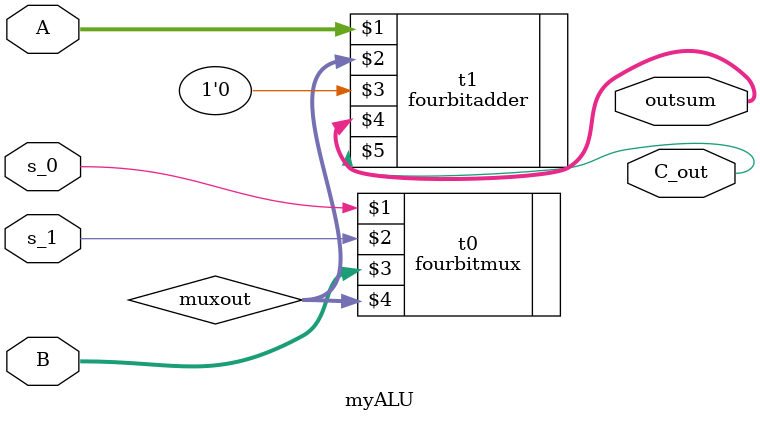
<source format=v>
`timescale 1ns / 1ps
module myALU(
    input [3:0] A,
    input [3:0] B,
    input s_0,
    input s_1,
    output [3:0] outsum,
    output C_out
    );
	 wire[3:0] muxout;
    fourbitmux t0(s_0,s_1,B,muxout);
	 fourbitadder t1(A,muxout,1'b0,outsum,C_out);

endmodule

</source>
